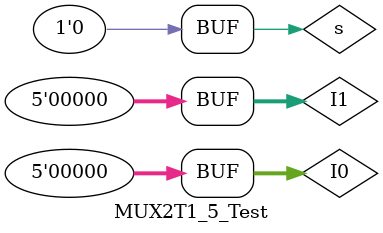
<source format=v>
`timescale 1ns / 1ps


module MUX2T1_5_Test;

	// Inputs
	reg [4:0] I0;
	reg [4:0] I1;
	reg s;

	// Outputs
	wire [4:0] o;

	// Instantiate the Unit Under Test (UUT)
	MUX2T1_5 uut (
		.I0(I0), 
		.I1(I1), 
		.s(s), 
		.o(o)
	);

	initial begin
		// Initialize Inputs
		I0 = 0;
		I1 = 0;
		s = 0;

		// Wait 100 ns for global reset to finish
		#100;
        
		// Add stimulus here

	end
      
endmodule


</source>
